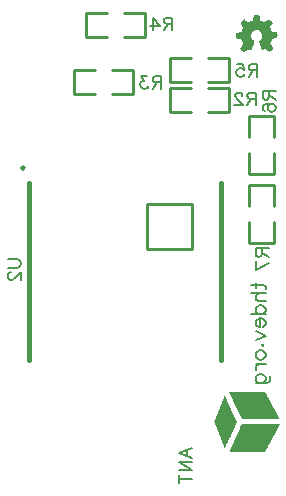
<source format=gbo>
G04 ---------------------------- Layer name :BOTTOM SILK LAYER*
G04 EasyEDA v5.3.2, Sat, 10 Mar 2018 16:58:59 GMT*
G04 Gerber Generator version 0.2*
G04 Scale: 100 percent, Rotated: No, Reflected: No *
G04 Dimensions in millimeters *
G04 leading zeros omitted , absolute positions ,3 integer and 3 decimal *
%FSLAX33Y33*%
%MOMM*%
G90*
G71D02*

%ADD10C,0.254000*%
%ADD38C,0.203200*%
%ADD39C,0.177800*%
%ADD40C,0.387096*%

%LPD*%

%LPD*%
G36*
G01X21667Y43744D02*
G01X21667Y43744D01*
G01X21667Y43744D01*
G01X21642Y43738D01*
G01X21619Y43728D01*
G01X21600Y43716D01*
G01X21588Y43703D01*
G01X21588Y43703D01*
G01X21580Y43674D01*
G01X21567Y43620D01*
G01X21553Y43547D01*
G01X21537Y43464D01*
G01X21502Y43261D01*
G01X21423Y43238D01*
G01X21423Y43238D01*
G01X21385Y43225D01*
G01X21341Y43207D01*
G01X21295Y43187D01*
G01X21253Y43167D01*
G01X21253Y43167D01*
G01X21215Y43150D01*
G01X21181Y43138D01*
G01X21154Y43132D01*
G01X21138Y43134D01*
G01X21138Y43134D01*
G01X21116Y43149D01*
G01X21072Y43179D01*
G01X21013Y43221D01*
G01X20945Y43269D01*
G01X20945Y43269D01*
G01X20858Y43329D01*
G01X20801Y43363D01*
G01X20764Y43376D01*
G01X20740Y43370D01*
G01X20740Y43370D01*
G01X20709Y43349D01*
G01X20668Y43314D01*
G01X20621Y43269D01*
G01X20572Y43219D01*
G01X20527Y43169D01*
G01X20489Y43125D01*
G01X20462Y43089D01*
G01X20453Y43068D01*
G01X20453Y43068D01*
G01X20462Y43041D01*
G01X20489Y42993D01*
G01X20528Y42929D01*
G01X20575Y42857D01*
G01X20699Y42677D01*
G01X20643Y42570D01*
G01X20643Y42570D01*
G01X20619Y42523D01*
G01X20596Y42471D01*
G01X20577Y42423D01*
G01X20564Y42382D01*
G01X20544Y42303D01*
G01X20328Y42268D01*
G01X20328Y42268D01*
G01X20242Y42254D01*
G01X20169Y42240D01*
G01X20115Y42228D01*
G01X20089Y42220D01*
G01X20089Y42220D01*
G01X20079Y42197D01*
G01X20071Y42147D01*
G01X20065Y42079D01*
G01X20062Y42001D01*
G01X20062Y41923D01*
G01X20065Y41854D01*
G01X20070Y41802D01*
G01X20079Y41775D01*
G01X20079Y41775D01*
G01X20103Y41765D01*
G01X20153Y41751D01*
G01X20223Y41735D01*
G01X20305Y41719D01*
G01X20305Y41719D01*
G01X20388Y41704D01*
G01X20458Y41689D01*
G01X20507Y41676D01*
G01X20529Y41666D01*
G01X20529Y41666D01*
G01X20538Y41651D01*
G01X20551Y41619D01*
G01X20567Y41576D01*
G01X20585Y41526D01*
G01X20585Y41526D01*
G01X20605Y41473D01*
G01X20627Y41420D01*
G01X20648Y41374D01*
G01X20666Y41341D01*
G01X20702Y41280D01*
G01X20567Y41094D01*
G01X20567Y41094D01*
G01X20515Y41020D01*
G01X20472Y40957D01*
G01X20443Y40912D01*
G01X20432Y40891D01*
G01X20432Y40891D01*
G01X20445Y40870D01*
G01X20478Y40831D01*
G01X20524Y40782D01*
G01X20579Y40727D01*
G01X20635Y40674D01*
G01X20685Y40629D01*
G01X20724Y40598D01*
G01X20745Y40586D01*
G01X20745Y40586D01*
G01X20768Y40596D01*
G01X20814Y40623D01*
G01X20877Y40662D01*
G01X20950Y40711D01*
G01X21128Y40833D01*
G01X21199Y40802D01*
G01X21199Y40802D01*
G01X21272Y40772D01*
G01X21328Y40752D01*
G01X21365Y40741D01*
G01X21382Y40741D01*
G01X21382Y40741D01*
G01X21386Y40751D01*
G01X21395Y40775D01*
G01X21409Y40813D01*
G01X21427Y40862D01*
G01X21448Y40920D01*
G01X21473Y40987D01*
G01X21499Y41061D01*
G01X21527Y41140D01*
G01X21527Y41140D01*
G01X21563Y41243D01*
G01X21591Y41329D01*
G01X21614Y41398D01*
G01X21630Y41452D01*
G01X21640Y41493D01*
G01X21645Y41522D01*
G01X21644Y41540D01*
G01X21639Y41549D01*
G01X21639Y41549D01*
G01X21574Y41590D01*
G01X21517Y41636D01*
G01X21469Y41686D01*
G01X21428Y41740D01*
G01X21397Y41797D01*
G01X21374Y41857D01*
G01X21361Y41920D01*
G01X21357Y41986D01*
G01X21357Y41986D01*
G01X21361Y42053D01*
G01X21374Y42118D01*
G01X21396Y42180D01*
G01X21425Y42238D01*
G01X21463Y42291D01*
G01X21507Y42340D01*
G01X21558Y42382D01*
G01X21616Y42418D01*
G01X21616Y42418D01*
G01X21660Y42436D01*
G01X21712Y42449D01*
G01X21768Y42457D01*
G01X21827Y42459D01*
G01X21886Y42456D01*
G01X21943Y42448D01*
G01X21995Y42434D01*
G01X22040Y42415D01*
G01X22040Y42415D01*
G01X22109Y42369D01*
G01X22176Y42307D01*
G01X22232Y42238D01*
G01X22271Y42169D01*
G01X22271Y42169D01*
G01X22284Y42128D01*
G01X22293Y42082D01*
G01X22297Y42032D01*
G01X22296Y41981D01*
G01X22292Y41929D01*
G01X22282Y41878D01*
G01X22269Y41830D01*
G01X22251Y41785D01*
G01X22251Y41785D01*
G01X22221Y41728D01*
G01X22186Y41681D01*
G01X22133Y41631D01*
G01X22050Y41567D01*
G01X22005Y41534D01*
G01X22134Y41199D01*
G01X22134Y41199D01*
G01X22161Y41130D01*
G01X22186Y41064D01*
G01X22210Y41002D01*
G01X22233Y40944D01*
G01X22252Y40894D01*
G01X22268Y40852D01*
G01X22281Y40821D01*
G01X22289Y40802D01*
G01X22314Y40739D01*
G01X22388Y40772D01*
G01X22388Y40772D01*
G01X22421Y40787D01*
G01X22455Y40805D01*
G01X22487Y40824D01*
G01X22513Y40840D01*
G01X22566Y40876D01*
G01X22741Y40746D01*
G01X22741Y40746D01*
G01X22812Y40696D01*
G01X22868Y40660D01*
G01X22914Y40640D01*
G01X22954Y40636D01*
G01X22991Y40649D01*
G01X23032Y40679D01*
G01X23079Y40726D01*
G01X23137Y40792D01*
G01X23137Y40792D01*
G01X23183Y40844D01*
G01X23216Y40884D01*
G01X23234Y40916D01*
G01X23239Y40948D01*
G01X23228Y40984D01*
G01X23202Y41030D01*
G01X23160Y41092D01*
G01X23102Y41176D01*
G01X22985Y41341D01*
G01X23033Y41447D01*
G01X23033Y41447D01*
G01X23054Y41495D01*
G01X23074Y41547D01*
G01X23091Y41596D01*
G01X23102Y41635D01*
G01X23102Y41635D01*
G01X23119Y41687D01*
G01X23152Y41716D01*
G01X23229Y41736D01*
G01X23376Y41757D01*
G01X23376Y41757D01*
G01X23444Y41769D01*
G01X23503Y41781D01*
G01X23547Y41791D01*
G01X23569Y41798D01*
G01X23569Y41798D01*
G01X23579Y41819D01*
G01X23586Y41866D01*
G01X23590Y41929D01*
G01X23592Y42001D01*
G01X23590Y42076D01*
G01X23585Y42144D01*
G01X23577Y42200D01*
G01X23567Y42235D01*
G01X23567Y42235D01*
G01X23548Y42254D01*
G01X23512Y42270D01*
G01X23452Y42286D01*
G01X23361Y42303D01*
G01X23361Y42303D01*
G01X23208Y42331D01*
G01X23125Y42349D01*
G01X23091Y42363D01*
G01X23084Y42380D01*
G01X23084Y42380D01*
G01X23079Y42399D01*
G01X23064Y42437D01*
G01X23042Y42488D01*
G01X23015Y42547D01*
G01X22947Y42695D01*
G01X23074Y42867D01*
G01X23074Y42867D01*
G01X23123Y42938D01*
G01X23163Y42999D01*
G01X23191Y43046D01*
G01X23201Y43071D01*
G01X23201Y43071D01*
G01X23189Y43095D01*
G01X23156Y43137D01*
G01X23109Y43189D01*
G01X23054Y43245D01*
G01X22997Y43299D01*
G01X22945Y43346D01*
G01X22903Y43378D01*
G01X22878Y43391D01*
G01X22878Y43391D01*
G01X22853Y43381D01*
G01X22804Y43354D01*
G01X22739Y43313D01*
G01X22665Y43264D01*
G01X22665Y43264D01*
G01X22560Y43194D01*
G01X22497Y43159D01*
G01X22458Y43150D01*
G01X22421Y43159D01*
G01X22421Y43159D01*
G01X22391Y43173D01*
G01X22350Y43189D01*
G01X22304Y43207D01*
G01X22259Y43223D01*
G01X22259Y43223D01*
G01X22217Y43239D01*
G01X22182Y43253D01*
G01X22157Y43263D01*
G01X22147Y43266D01*
G01X22147Y43266D01*
G01X22142Y43285D01*
G01X22133Y43332D01*
G01X22122Y43401D01*
G01X22109Y43485D01*
G01X22109Y43485D01*
G01X22093Y43570D01*
G01X22078Y43642D01*
G01X22065Y43693D01*
G01X22055Y43716D01*
G01X22055Y43716D01*
G01X22037Y43723D01*
G01X21999Y43730D01*
G01X21948Y43736D01*
G01X21888Y43741D01*
G01X21825Y43745D01*
G01X21763Y43746D01*
G01X21709Y43746D01*
G01X21667Y43744D01*
G37*

%LPD*%
G36*
G01X18415Y8868D02*
G01X18415Y8868D01*
G01X18415Y8868D01*
G01X18434Y8822D01*
G01X18454Y8771D01*
G01X18476Y8716D01*
G01X18500Y8657D01*
G01X18524Y8595D01*
G01X18550Y8530D01*
G01X18576Y8462D01*
G01X18604Y8393D01*
G01X18631Y8323D01*
G01X18659Y8252D01*
G01X18687Y8181D01*
G01X18714Y8110D01*
G01X18742Y8040D01*
G01X18768Y7972D01*
G01X18794Y7906D01*
G01X18819Y7842D01*
G01X18819Y7842D01*
G01X18851Y7759D01*
G01X18883Y7679D01*
G01X18913Y7601D01*
G01X18942Y7526D01*
G01X18970Y7456D01*
G01X18996Y7391D01*
G01X19019Y7332D01*
G01X19040Y7280D01*
G01X19058Y7235D01*
G01X19072Y7198D01*
G01X19084Y7171D01*
G01X19091Y7154D01*
G01X19126Y7070D01*
G01X19169Y7164D01*
G01X19169Y7164D01*
G01X19194Y7218D01*
G01X19229Y7294D01*
G01X19270Y7381D01*
G01X19312Y7471D01*
G01X19312Y7471D01*
G01X19326Y7502D01*
G01X19343Y7538D01*
G01X19362Y7579D01*
G01X19384Y7624D01*
G01X19407Y7675D01*
G01X19432Y7729D01*
G01X19459Y7786D01*
G01X19488Y7847D01*
G01X19517Y7910D01*
G01X19547Y7976D01*
G01X19579Y8043D01*
G01X19611Y8112D01*
G01X19643Y8182D01*
G01X19676Y8252D01*
G01X19709Y8322D01*
G01X19741Y8393D01*
G01X19773Y8463D01*
G01X19805Y8531D01*
G01X19836Y8598D01*
G01X19867Y8664D01*
G01X19896Y8727D01*
G01X19923Y8787D01*
G01X19950Y8844D01*
G01X19975Y8898D01*
G01X19998Y8948D01*
G01X20018Y8993D01*
G01X20037Y9033D01*
G01X20053Y9069D01*
G01X20053Y9069D01*
G01X20108Y9192D01*
G01X20135Y9266D01*
G01X20139Y9315D01*
G01X20127Y9361D01*
G01X20127Y9361D01*
G01X20122Y9373D01*
G01X20114Y9394D01*
G01X20101Y9423D01*
G01X20085Y9460D01*
G01X20065Y9504D01*
G01X20043Y9554D01*
G01X20017Y9611D01*
G01X19988Y9674D01*
G01X19957Y9742D01*
G01X19924Y9815D01*
G01X19888Y9892D01*
G01X19851Y9973D01*
G01X19812Y10058D01*
G01X19772Y10145D01*
G01X19730Y10235D01*
G01X19688Y10326D01*
G01X19688Y10326D01*
G01X19654Y10399D01*
G01X19620Y10472D01*
G01X19587Y10544D01*
G01X19554Y10615D01*
G01X19522Y10685D01*
G01X19491Y10753D01*
G01X19460Y10819D01*
G01X19431Y10882D01*
G01X19403Y10944D01*
G01X19375Y11002D01*
G01X19350Y11058D01*
G01X19326Y11110D01*
G01X19303Y11158D01*
G01X19282Y11203D01*
G01X19264Y11244D01*
G01X19247Y11280D01*
G01X19232Y11311D01*
G01X19220Y11338D01*
G01X19210Y11359D01*
G01X19202Y11375D01*
G01X19202Y11375D01*
G01X19174Y11435D01*
G01X19150Y11483D01*
G01X19132Y11514D01*
G01X19124Y11522D01*
G01X19124Y11522D01*
G01X19121Y11517D01*
G01X19114Y11502D01*
G01X19104Y11478D01*
G01X19091Y11446D01*
G01X19074Y11406D01*
G01X19055Y11360D01*
G01X19034Y11307D01*
G01X19010Y11248D01*
G01X18984Y11183D01*
G01X18957Y11113D01*
G01X18927Y11039D01*
G01X18896Y10961D01*
G01X18864Y10880D01*
G01X18831Y10796D01*
G01X18796Y10710D01*
G01X18762Y10622D01*
G01X18726Y10532D01*
G01X18691Y10442D01*
G01X18655Y10352D01*
G01X18620Y10262D01*
G01X18585Y10174D01*
G01X18551Y10086D01*
G01X18518Y10001D01*
G01X18485Y9918D01*
G01X18454Y9838D01*
G01X18424Y9762D01*
G01X18396Y9689D01*
G01X18370Y9622D01*
G01X18346Y9559D01*
G01X18324Y9503D01*
G01X18305Y9452D01*
G01X18288Y9409D01*
G01X18274Y9372D01*
G01X18263Y9344D01*
G01X18256Y9324D01*
G01X18252Y9313D01*
G01X18252Y9313D01*
G01X18255Y9300D01*
G01X18264Y9272D01*
G01X18279Y9229D01*
G01X18298Y9174D01*
G01X18323Y9109D01*
G01X18351Y9035D01*
G01X18382Y8954D01*
G01X18415Y8868D01*
G37*
G36*
G01X21031Y6768D02*
G01X21031Y6768D01*
G01X22550Y6773D01*
G01X22715Y7080D01*
G01X22715Y7080D01*
G01X22734Y7114D01*
G01X22754Y7152D01*
G01X22777Y7195D01*
G01X22802Y7241D01*
G01X22828Y7290D01*
G01X22856Y7342D01*
G01X22885Y7396D01*
G01X22915Y7452D01*
G01X22946Y7510D01*
G01X22977Y7568D01*
G01X23008Y7627D01*
G01X23040Y7687D01*
G01X23071Y7745D01*
G01X23102Y7803D01*
G01X23133Y7860D01*
G01X23162Y7916D01*
G01X23162Y7916D01*
G01X23232Y8047D01*
G01X23295Y8164D01*
G01X23350Y8267D01*
G01X23398Y8357D01*
G01X23440Y8437D01*
G01X23477Y8506D01*
G01X23509Y8566D01*
G01X23537Y8619D01*
G01X23562Y8665D01*
G01X23583Y8705D01*
G01X23602Y8741D01*
G01X23620Y8773D01*
G01X23636Y8804D01*
G01X23652Y8833D01*
G01X23668Y8863D01*
G01X23686Y8894D01*
G01X23686Y8894D01*
G01X23717Y8953D01*
G01X23743Y9006D01*
G01X23761Y9045D01*
G01X23767Y9066D01*
G01X23767Y9066D01*
G01X23765Y9068D01*
G01X23758Y9071D01*
G01X23746Y9072D01*
G01X23730Y9074D01*
G01X23708Y9076D01*
G01X23682Y9078D01*
G01X23650Y9079D01*
G01X23613Y9081D01*
G01X23570Y9082D01*
G01X23522Y9083D01*
G01X23467Y9085D01*
G01X23407Y9086D01*
G01X23341Y9087D01*
G01X23268Y9088D01*
G01X23189Y9088D01*
G01X23104Y9089D01*
G01X23012Y9090D01*
G01X22913Y9090D01*
G01X22807Y9091D01*
G01X22694Y9091D01*
G01X22574Y9091D01*
G01X22447Y9092D01*
G01X22312Y9092D01*
G01X22169Y9092D01*
G01X20569Y9092D01*
G01X20442Y8820D01*
G01X20442Y8820D01*
G01X20414Y8762D01*
G01X20385Y8701D01*
G01X20356Y8639D01*
G01X20327Y8577D01*
G01X20299Y8517D01*
G01X20273Y8462D01*
G01X20250Y8412D01*
G01X20231Y8370D01*
G01X20231Y8370D01*
G01X20221Y8348D01*
G01X20209Y8320D01*
G01X20193Y8286D01*
G01X20175Y8246D01*
G01X20155Y8202D01*
G01X20132Y8153D01*
G01X20108Y8099D01*
G01X20081Y8042D01*
G01X20053Y7982D01*
G01X20024Y7918D01*
G01X19994Y7853D01*
G01X19963Y7785D01*
G01X19931Y7716D01*
G01X19898Y7646D01*
G01X19865Y7575D01*
G01X19832Y7504D01*
G01X19832Y7504D01*
G01X19789Y7411D01*
G01X19748Y7321D01*
G01X19708Y7235D01*
G01X19671Y7154D01*
G01X19637Y7079D01*
G01X19607Y7010D01*
G01X19579Y6949D01*
G01X19556Y6897D01*
G01X19538Y6854D01*
G01X19524Y6821D01*
G01X19515Y6800D01*
G01X19512Y6790D01*
G01X19512Y6790D01*
G01X19514Y6788D01*
G01X19519Y6785D01*
G01X19527Y6783D01*
G01X19540Y6780D01*
G01X19556Y6778D01*
G01X19577Y6777D01*
G01X19603Y6775D01*
G01X19634Y6773D01*
G01X19670Y6772D01*
G01X19712Y6771D01*
G01X19759Y6769D01*
G01X19813Y6769D01*
G01X19873Y6768D01*
G01X19939Y6767D01*
G01X20013Y6767D01*
G01X20093Y6766D01*
G01X20181Y6766D01*
G01X20277Y6766D01*
G01X20381Y6766D01*
G01X20494Y6766D01*
G01X20614Y6766D01*
G01X20744Y6767D01*
G01X20883Y6767D01*
G01X21031Y6768D01*
G37*
G36*
G01X19896Y10964D02*
G01X19896Y10964D01*
G01X19896Y10964D01*
G01X19928Y10895D01*
G01X19960Y10826D01*
G01X19992Y10757D01*
G01X20024Y10688D01*
G01X20056Y10619D01*
G01X20087Y10551D01*
G01X20119Y10483D01*
G01X20149Y10418D01*
G01X20179Y10353D01*
G01X20208Y10291D01*
G01X20236Y10230D01*
G01X20263Y10172D01*
G01X20289Y10117D01*
G01X20313Y10065D01*
G01X20336Y10016D01*
G01X20357Y9970D01*
G01X20376Y9929D01*
G01X20393Y9892D01*
G01X20409Y9859D01*
G01X20422Y9831D01*
G01X20564Y9526D01*
G01X22149Y9518D01*
G01X22149Y9518D01*
G01X22267Y9518D01*
G01X22382Y9518D01*
G01X22493Y9518D01*
G01X22600Y9518D01*
G01X22704Y9518D01*
G01X22803Y9518D01*
G01X22898Y9518D01*
G01X22989Y9518D01*
G01X23075Y9519D01*
G01X23157Y9519D01*
G01X23234Y9520D01*
G01X23307Y9520D01*
G01X23374Y9521D01*
G01X23437Y9522D01*
G01X23494Y9523D01*
G01X23546Y9523D01*
G01X23592Y9524D01*
G01X23633Y9526D01*
G01X23668Y9527D01*
G01X23697Y9528D01*
G01X23721Y9529D01*
G01X23738Y9531D01*
G01X23749Y9532D01*
G01X23754Y9534D01*
G01X23754Y9534D01*
G01X23756Y9551D01*
G01X23747Y9584D01*
G01X23728Y9630D01*
G01X23698Y9686D01*
G01X23698Y9686D01*
G01X23662Y9752D01*
G01X23618Y9834D01*
G01X23572Y9920D01*
G01X23531Y10001D01*
G01X23531Y10001D01*
G01X23505Y10050D01*
G01X23479Y10099D01*
G01X23453Y10148D01*
G01X23427Y10197D01*
G01X23401Y10247D01*
G01X23374Y10297D01*
G01X23347Y10347D01*
G01X23320Y10398D01*
G01X23292Y10450D01*
G01X23264Y10503D01*
G01X23235Y10557D01*
G01X23205Y10612D01*
G01X23175Y10669D01*
G01X23144Y10727D01*
G01X23112Y10786D01*
G01X23079Y10848D01*
G01X23045Y10911D01*
G01X23010Y10976D01*
G01X22974Y11044D01*
G01X22936Y11114D01*
G01X22936Y11114D01*
G01X22902Y11177D01*
G01X22868Y11241D01*
G01X22834Y11304D01*
G01X22801Y11365D01*
G01X22770Y11424D01*
G01X22740Y11480D01*
G01X22713Y11532D01*
G01X22687Y11579D01*
G01X22665Y11622D01*
G01X22646Y11658D01*
G01X22630Y11688D01*
G01X22619Y11710D01*
G01X22553Y11843D01*
G01X21034Y11843D01*
G01X21034Y11843D01*
G01X20888Y11842D01*
G01X20751Y11842D01*
G01X20623Y11842D01*
G01X20503Y11842D01*
G01X20392Y11842D01*
G01X20288Y11841D01*
G01X20192Y11841D01*
G01X20104Y11840D01*
G01X20023Y11840D01*
G01X19950Y11839D01*
G01X19882Y11838D01*
G01X19822Y11837D01*
G01X19768Y11836D01*
G01X19719Y11835D01*
G01X19677Y11834D01*
G01X19640Y11833D01*
G01X19608Y11831D01*
G01X19582Y11830D01*
G01X19560Y11828D01*
G01X19543Y11826D01*
G01X19530Y11824D01*
G01X19521Y11822D01*
G01X19516Y11820D01*
G01X19515Y11817D01*
G01X19515Y11817D01*
G01X19517Y11810D01*
G01X19523Y11795D01*
G01X19532Y11772D01*
G01X19545Y11741D01*
G01X19561Y11704D01*
G01X19580Y11660D01*
G01X19602Y11611D01*
G01X19626Y11555D01*
G01X19653Y11495D01*
G01X19683Y11429D01*
G01X19714Y11360D01*
G01X19747Y11287D01*
G01X19782Y11210D01*
G01X19819Y11130D01*
G01X19857Y11048D01*
G01X19896Y10964D01*
G37*

%LPD*%
G54D10*
G01X23266Y32016D02*
G01X23266Y30238D01*
G01X21183Y30238D01*
G01X21183Y32016D01*
G01X21183Y33439D02*
G01X21183Y35217D01*
G01X23266Y35217D01*
G01X23266Y33439D01*
G01X23268Y26177D02*
G01X23268Y24399D01*
G01X21186Y24399D01*
G01X21186Y26177D01*
G01X21186Y27599D02*
G01X21186Y29377D01*
G01X23268Y29377D01*
G01X23268Y27599D01*
G01X8178Y37020D02*
G01X6400Y37020D01*
G01X6400Y39103D01*
G01X8178Y39103D01*
G01X9601Y39103D02*
G01X11379Y39103D01*
G01X11379Y37020D01*
G01X9601Y37020D01*
G01X17729Y37579D02*
G01X19507Y37579D01*
G01X19507Y35496D01*
G01X17729Y35496D01*
G01X16306Y35496D02*
G01X14528Y35496D01*
G01X14528Y37579D01*
G01X16306Y37579D01*
G01X10617Y43929D02*
G01X12395Y43929D01*
G01X12395Y41846D01*
G01X10617Y41846D01*
G01X9194Y41846D02*
G01X7416Y41846D01*
G01X7416Y43929D01*
G01X9194Y43929D01*
G01X16306Y38036D02*
G01X14528Y38036D01*
G01X14528Y40119D01*
G01X16306Y40119D01*
G01X17729Y40119D02*
G01X19507Y40119D01*
G01X19507Y38036D01*
G01X17729Y38036D01*
G54D40*
G01X2540Y29552D02*
G01X2540Y14566D01*
G01X18796Y14566D02*
G01X18796Y22501D01*
G01X18796Y29552D01*
G54D10*
G01X16383Y27774D02*
G01X12573Y27774D01*
G01X12573Y23964D01*
G01X16383Y23964D01*
G01X16383Y27774D01*
G01X16383Y27774D01*
G54D38*
G01X21336Y20866D02*
G01X22340Y20866D01*
G01X22517Y20807D01*
G01X22576Y20689D01*
G01X22576Y20571D01*
G01X21749Y21043D02*
G01X21749Y20630D01*
G01X21336Y20181D02*
G01X22576Y20181D01*
G01X21986Y20181D02*
G01X21808Y20003D01*
G01X21749Y19885D01*
G01X21749Y19708D01*
G01X21808Y19590D01*
G01X21986Y19531D01*
G01X22576Y19531D01*
G01X21336Y18432D02*
G01X22576Y18432D01*
G01X21926Y18432D02*
G01X21808Y18550D01*
G01X21749Y18668D01*
G01X21749Y18845D01*
G01X21808Y18963D01*
G01X21926Y19082D01*
G01X22104Y19141D01*
G01X22222Y19141D01*
G01X22399Y19082D01*
G01X22517Y18963D01*
G01X22576Y18845D01*
G01X22576Y18668D01*
G01X22517Y18550D01*
G01X22399Y18432D01*
G01X22104Y18042D02*
G01X22104Y17333D01*
G01X21986Y17333D01*
G01X21867Y17392D01*
G01X21808Y17451D01*
G01X21749Y17569D01*
G01X21749Y17746D01*
G01X21808Y17864D01*
G01X21926Y17982D01*
G01X22104Y18042D01*
G01X22222Y18042D01*
G01X22399Y17982D01*
G01X22517Y17864D01*
G01X22576Y17746D01*
G01X22576Y17569D01*
G01X22517Y17451D01*
G01X22399Y17333D01*
G01X21749Y16942D02*
G01X22576Y16588D01*
G01X21749Y16233D02*
G01X22576Y16588D01*
G01X22281Y15784D02*
G01X22340Y15843D01*
G01X22399Y15784D01*
G01X22340Y15725D01*
G01X22281Y15784D01*
G01X21749Y15040D02*
G01X21808Y15158D01*
G01X21926Y15276D01*
G01X22104Y15335D01*
G01X22222Y15335D01*
G01X22399Y15276D01*
G01X22517Y15158D01*
G01X22576Y15040D01*
G01X22576Y14863D01*
G01X22517Y14744D01*
G01X22399Y14626D01*
G01X22222Y14567D01*
G01X22104Y14567D01*
G01X21926Y14626D01*
G01X21808Y14744D01*
G01X21749Y14863D01*
G01X21749Y15040D01*
G01X21749Y14177D02*
G01X22576Y14177D01*
G01X22104Y14177D02*
G01X21926Y14118D01*
G01X21808Y14000D01*
G01X21749Y13882D01*
G01X21749Y13704D01*
G01X21749Y12605D02*
G01X22695Y12605D01*
G01X22872Y12664D01*
G01X22931Y12723D01*
G01X22990Y12842D01*
G01X22990Y13019D01*
G01X22931Y13137D01*
G01X21926Y12605D02*
G01X21808Y12723D01*
G01X21749Y12842D01*
G01X21749Y13019D01*
G01X21808Y13137D01*
G01X21926Y13255D01*
G01X22104Y13314D01*
G01X22222Y13314D01*
G01X22399Y13255D01*
G01X22517Y13137D01*
G01X22576Y13019D01*
G01X22576Y12842D01*
G01X22517Y12723D01*
G01X22399Y12605D01*
G54D39*
G01X15240Y6657D02*
G01X16329Y7073D01*
G01X15240Y6657D02*
G01X16329Y6243D01*
G01X15966Y6918D02*
G01X15966Y6398D01*
G01X15240Y5900D02*
G01X16329Y5900D01*
G01X15240Y5900D02*
G01X16329Y5171D01*
G01X15240Y5171D02*
G01X16329Y5171D01*
G01X15240Y4465D02*
G01X16329Y4465D01*
G01X15240Y4828D02*
G01X15240Y4102D01*
G01X22351Y37299D02*
G01X23441Y37299D01*
G01X22351Y37299D02*
G01X22351Y36832D01*
G01X22402Y36677D01*
G01X22453Y36624D01*
G01X22557Y36573D01*
G01X22661Y36573D01*
G01X22765Y36624D01*
G01X22819Y36677D01*
G01X22870Y36832D01*
G01X22870Y37299D01*
G01X22870Y36936D02*
G01X23441Y36573D01*
G01X22506Y35605D02*
G01X22402Y35659D01*
G01X22351Y35814D01*
G01X22351Y35918D01*
G01X22402Y36073D01*
G01X22557Y36177D01*
G01X22819Y36230D01*
G01X23078Y36230D01*
G01X23286Y36177D01*
G01X23390Y36073D01*
G01X23441Y35918D01*
G01X23441Y35864D01*
G01X23390Y35709D01*
G01X23286Y35605D01*
G01X23129Y35554D01*
G01X23078Y35554D01*
G01X22923Y35605D01*
G01X22819Y35709D01*
G01X22765Y35864D01*
G01X22765Y35918D01*
G01X22819Y36073D01*
G01X22923Y36177D01*
G01X23078Y36230D01*
G01X21750Y23977D02*
G01X22839Y23977D01*
G01X21750Y23977D02*
G01X21750Y23510D01*
G01X21800Y23355D01*
G01X21851Y23301D01*
G01X21955Y23251D01*
G01X22059Y23251D01*
G01X22164Y23301D01*
G01X22217Y23355D01*
G01X22268Y23510D01*
G01X22268Y23977D01*
G01X22268Y23614D02*
G01X22839Y23251D01*
G01X21750Y22179D02*
G01X22839Y22699D01*
G01X21750Y22908D02*
G01X21750Y22179D01*
G01X13736Y38569D02*
G01X13736Y37480D01*
G01X13736Y38569D02*
G01X13268Y38569D01*
G01X13114Y38519D01*
G01X13060Y38468D01*
G01X13009Y38364D01*
G01X13009Y38260D01*
G01X13060Y38155D01*
G01X13114Y38102D01*
G01X13268Y38051D01*
G01X13736Y38051D01*
G01X13373Y38051D02*
G01X13009Y37480D01*
G01X12562Y38569D02*
G01X11991Y38569D01*
G01X12301Y38155D01*
G01X12146Y38155D01*
G01X12042Y38102D01*
G01X11991Y38051D01*
G01X11938Y37896D01*
G01X11938Y37792D01*
G01X11991Y37635D01*
G01X12095Y37531D01*
G01X12250Y37480D01*
G01X12405Y37480D01*
G01X12562Y37531D01*
G01X12613Y37584D01*
G01X12667Y37688D01*
G01X21737Y37172D02*
G01X21737Y36083D01*
G01X21737Y37172D02*
G01X21269Y37172D01*
G01X21115Y37122D01*
G01X21061Y37071D01*
G01X21010Y36967D01*
G01X21010Y36862D01*
G01X21061Y36758D01*
G01X21115Y36705D01*
G01X21269Y36654D01*
G01X21737Y36654D01*
G01X21374Y36654D02*
G01X21010Y36083D01*
G01X20614Y36913D02*
G01X20614Y36967D01*
G01X20563Y37071D01*
G01X20510Y37122D01*
G01X20406Y37172D01*
G01X20200Y37172D01*
G01X20096Y37122D01*
G01X20043Y37071D01*
G01X19992Y36967D01*
G01X19992Y36862D01*
G01X20043Y36758D01*
G01X20147Y36601D01*
G01X20667Y36083D01*
G01X19939Y36083D01*
G01X14676Y43522D02*
G01X14676Y42433D01*
G01X14676Y43522D02*
G01X14208Y43522D01*
G01X14053Y43472D01*
G01X14000Y43421D01*
G01X13949Y43317D01*
G01X13949Y43213D01*
G01X14000Y43108D01*
G01X14053Y43055D01*
G01X14208Y43004D01*
G01X14676Y43004D01*
G01X14312Y43004D02*
G01X13949Y42433D01*
G01X13086Y43522D02*
G01X13606Y42796D01*
G01X12827Y42796D01*
G01X13086Y43522D02*
G01X13086Y42433D01*
G01X21864Y39585D02*
G01X21864Y38496D01*
G01X21864Y39585D02*
G01X21396Y39585D01*
G01X21242Y39535D01*
G01X21188Y39484D01*
G01X21137Y39380D01*
G01X21137Y39276D01*
G01X21188Y39171D01*
G01X21242Y39118D01*
G01X21396Y39067D01*
G01X21864Y39067D01*
G01X21501Y39067D02*
G01X21137Y38496D01*
G01X20170Y39585D02*
G01X20690Y39585D01*
G01X20741Y39118D01*
G01X20690Y39171D01*
G01X20533Y39222D01*
G01X20378Y39222D01*
G01X20223Y39171D01*
G01X20119Y39067D01*
G01X20066Y38912D01*
G01X20066Y38808D01*
G01X20119Y38651D01*
G01X20223Y38547D01*
G01X20378Y38496D01*
G01X20533Y38496D01*
G01X20690Y38547D01*
G01X20741Y38600D01*
G01X20795Y38704D01*
G01X762Y23075D02*
G01X1539Y23075D01*
G01X1696Y23025D01*
G01X1800Y22920D01*
G01X1851Y22763D01*
G01X1851Y22659D01*
G01X1800Y22504D01*
G01X1696Y22400D01*
G01X1539Y22349D01*
G01X762Y22349D01*
G01X1021Y21953D02*
G01X967Y21953D01*
G01X863Y21902D01*
G01X812Y21849D01*
G01X762Y21744D01*
G01X762Y21539D01*
G01X812Y21435D01*
G01X863Y21381D01*
G01X967Y21330D01*
G01X1071Y21330D01*
G01X1176Y21381D01*
G01X1333Y21485D01*
G01X1851Y22006D01*
G01X1851Y21277D01*
G54D38*
G01X1905Y30777D02*
G01X2077Y30949D01*
G01X2250Y30777D01*
G01X2077Y30604D01*
G01X1905Y30777D01*
M00*
M02*

</source>
